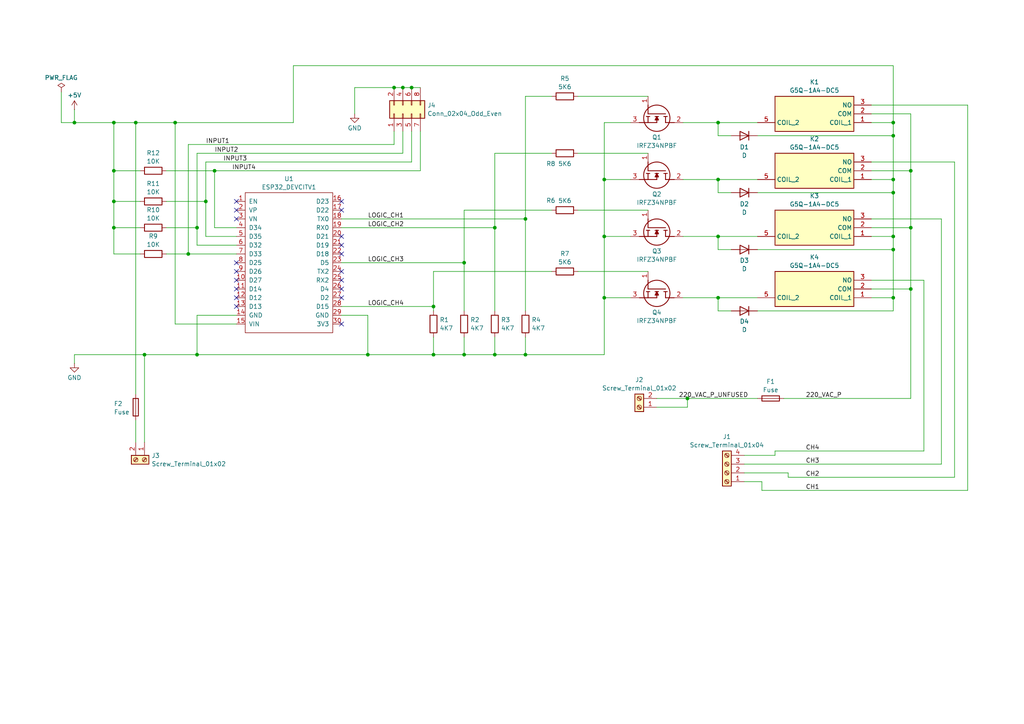
<source format=kicad_sch>
(kicad_sch (version 20250114) (generator "eeschema") (generator_version "9.0")
  (paper "A4")
  (lib_symbols
    (symbol "Connector:Screw_Terminal_01x02" (pin_names (offset 1.016) (hide yes))
      (property "Reference" "J" (at 0 2.54 0))
      (property "Value" "Screw_Terminal_01x02" (at 0 -5.08 0))
      (symbol "Screw_Terminal_01x02_1_1"
        (rectangle (start -1.27 1.27) (end 1.27 -3.81) (stroke (width 0.254)) (fill (type background)))
        (polyline (pts (xy -0.5334 0.3302) (xy 0.3302 -0.508)) (stroke (width 0.1524)))
        (polyline (pts (xy -0.5334 -2.2098) (xy 0.3302 -3.048)) (stroke (width 0.1524)))
        (polyline (pts (xy -0.3556 0.508) (xy 0.508 -0.3302)) (stroke (width 0.1524)))
        (polyline (pts (xy -0.3556 -2.032) (xy 0.508 -2.8702)) (stroke (width 0.1524)))
        (circle (center 0 0) (radius 0.635) (stroke (width 0.1524)))
        (circle (center 0 -2.54) (radius 0.635) (stroke (width 0.1524)))
        (pin passive line (at -5.08 0 0) (length 3.81) (name "Pin_1") (number "1"))
        (pin passive line (at -5.08 -2.54 0) (length 3.81) (name "Pin_2") (number "2"))
      )
    )
    (symbol "Connector:Screw_Terminal_01x04" (pin_names (offset 1.016) (hide yes))
      (property "Reference" "J" (at 0 5.08 0))
      (property "Value" "Screw_Terminal_01x04" (at 0 -7.62 0))
      (symbol "Screw_Terminal_01x04_1_1"
        (rectangle (start -1.27 3.81) (end 1.27 -6.35) (stroke (width 0.254)) (fill (type background)))
        (polyline (pts (xy -0.5334 2.8702) (xy 0.3302 2.032)) (stroke (width 0.1524)))
        (polyline (pts (xy -0.5334 0.3302) (xy 0.3302 -0.508)) (stroke (width 0.1524)))
        (polyline (pts (xy -0.5334 -2.2098) (xy 0.3302 -3.048)) (stroke (width 0.1524)))
        (polyline (pts (xy -0.5334 -4.7498) (xy 0.3302 -5.588)) (stroke (width 0.1524)))
        (polyline (pts (xy -0.3556 3.048) (xy 0.508 2.2098)) (stroke (width 0.1524)))
        (polyline (pts (xy -0.3556 0.508) (xy 0.508 -0.3302)) (stroke (width 0.1524)))
        (polyline (pts (xy -0.3556 -2.032) (xy 0.508 -2.8702)) (stroke (width 0.1524)))
        (polyline (pts (xy -0.3556 -4.572) (xy 0.508 -5.4102)) (stroke (width 0.1524)))
        (circle (center 0 2.54) (radius 0.635) (stroke (width 0.1524)))
        (circle (center 0 0) (radius 0.635) (stroke (width 0.1524)))
        (circle (center 0 -2.54) (radius 0.635) (stroke (width 0.1524)))
        (circle (center 0 -5.08) (radius 0.635) (stroke (width 0.1524)))
        (pin passive line (at -5.08 2.54 0) (length 3.81) (name "Pin_1") (number "1"))
        (pin passive line (at -5.08 0 0) (length 3.81) (name "Pin_2") (number "2"))
        (pin passive line (at -5.08 -2.54 0) (length 3.81) (name "Pin_3") (number "3"))
        (pin passive line (at -5.08 -5.08 0) (length 3.81) (name "Pin_4") (number "4"))
      )
    )
    (symbol "Connector_Generic:Conn_02x04_Odd_Even" (pin_names (offset 1.016) (hide yes))
      (property "Reference" "J" (at 1.27 5.08 0))
      (property "Value" "Conn_02x04_Odd_Even" (at 1.27 -7.62 0))
      (symbol "Conn_02x04_Odd_Even_1_1"
        (rectangle (start -1.27 3.81) (end 3.81 -6.35) (stroke (width 0.254)) (fill (type background)))
        (rectangle (start -1.27 2.667) (end 0 2.413) (stroke (width 0.1524)))
        (rectangle (start -1.27 0.127) (end 0 -0.127) (stroke (width 0.1524)))
        (rectangle (start -1.27 -2.413) (end 0 -2.667) (stroke (width 0.1524)))
        (rectangle (start -1.27 -4.953) (end 0 -5.207) (stroke (width 0.1524)))
        (rectangle (start 3.81 2.667) (end 2.54 2.413) (stroke (width 0.1524)))
        (rectangle (start 3.81 0.127) (end 2.54 -0.127) (stroke (width 0.1524)))
        (rectangle (start 3.81 -2.413) (end 2.54 -2.667) (stroke (width 0.1524)))
        (rectangle (start 3.81 -4.953) (end 2.54 -5.207) (stroke (width 0.1524)))
        (pin passive line (at -5.08 2.54 0) (length 3.81) (name "Pin_1") (number "1"))
        (pin passive line (at -5.08 0 0) (length 3.81) (name "Pin_3") (number "3"))
        (pin passive line (at -5.08 -2.54 0) (length 3.81) (name "Pin_5") (number "5"))
        (pin passive line (at -5.08 -5.08 0) (length 3.81) (name "Pin_7") (number "7"))
        (pin passive line (at 7.62 2.54 180) (length 3.81) (name "Pin_2") (number "2"))
        (pin passive line (at 7.62 0 180) (length 3.81) (name "Pin_4") (number "4"))
        (pin passive line (at 7.62 -2.54 180) (length 3.81) (name "Pin_6") (number "6"))
        (pin passive line (at 7.62 -5.08 180) (length 3.81) (name "Pin_8") (number "8"))
      )
    )
    (symbol "Device:D" (pin_numbers (hide yes)) (pin_names (offset 1.016) (hide yes))
      (property "Reference" "D" (at 0 2.54 0))
      (property "Value" "D" (at 0 -2.54 0))
      (symbol "D_0_1"
        (polyline (pts (xy -1.27 1.27) (xy -1.27 -1.27)) (stroke (width 0.254)))
        (polyline (pts (xy 1.27 1.27) (xy 1.27 -1.27) (xy -1.27 0) (xy 1.27 1.27)) (stroke (width 0.254)))
        (polyline (pts (xy 1.27 0) (xy -1.27 0)))
      )
      (symbol "D_1_1"
        (pin passive line (at -3.81 0 0) (length 2.54) (name "K") (number "1"))
        (pin passive line (at 3.81 0 180) (length 2.54) (name "A") (number "2"))
      )
    )
    (symbol "Device:Fuse" (pin_numbers (hide yes)) (pin_names (offset 0))
      (property "Reference" "F" (at 2.032 0 90))
      (property "Value" "Fuse" (at -1.905 0 90))
      (symbol "Fuse_0_1"
        (rectangle (start -0.762 -2.54) (end 0.762 2.54) (stroke (width 0.254)))
        (polyline (pts (xy 0 2.54) (xy 0 -2.54)))
      )
      (symbol "Fuse_1_1"
        (pin passive line (at 0 3.81 270) (length 1.27) (name "~") (number "1"))
        (pin passive line (at 0 -3.81 90) (length 1.27) (name "~") (number "2"))
      )
    )
    (symbol "Device:R" (pin_numbers (hide yes)) (pin_names (offset 0))
      (property "Reference" "R" (at 2.032 0 90))
      (property "Value" "R" (at 0 0 90))
      (symbol "R_0_1"
        (rectangle (start -1.016 -2.54) (end 1.016 2.54) (stroke (width 0.254)))
      )
      (symbol "R_1_1"
        (pin passive line (at 0 3.81 270) (length 1.27) (name "~") (number "1"))
        (pin passive line (at 0 -3.81 90) (length 1.27) (name "~") (number "2"))
      )
    )
    (symbol "JS_Local:ESP32_DEVCITV1" (pin_names (offset 1.016))
      (property "Reference" "U" (at 0 22.86 0))
      (property "Value" "ESP32_DEVCITV1" (at 0 0 90))
      (symbol "ESP32_DEVCITV1_0_1"
        (rectangle (start -12.7 20.32) (end 12.7 -20.32))
      )
      (symbol "ESP32_DEVCITV1_1_1"
        (pin input line (at -15.24 17.78 0) (length 2.54) (name "EN") (number "1"))
        (pin input line (at -15.24 15.24 0) (length 2.54) (name "VP") (number "2"))
        (pin input line (at -15.24 12.7 0) (length 2.54) (name "VN") (number "3"))
        (pin input line (at -15.24 10.16 0) (length 2.54) (name "D34") (number "4"))
        (pin input line (at -15.24 7.62 0) (length 2.54) (name "D35") (number "5"))
        (pin output line (at -15.24 5.08 0) (length 2.54) (name "D32") (number "6"))
        (pin output line (at -15.24 2.54 0) (length 2.54) (name "D33") (number "7"))
        (pin bidirectional line (at -15.24 0 0) (length 2.54) (name "D25") (number "8"))
        (pin bidirectional line (at -15.24 -2.54 0) (length 2.54) (name "D26") (number "9"))
        (pin bidirectional line (at -15.24 -5.08 0) (length 2.54) (name "D27") (number "10"))
        (pin bidirectional line (at -15.24 -7.62 0) (length 2.54) (name "D14") (number "11"))
        (pin bidirectional line (at -15.24 -10.16 0) (length 2.54) (name "D12") (number "12"))
        (pin bidirectional line (at -15.24 -12.7 0) (length 2.54) (name "D13") (number "13"))
        (pin power_in line (at -15.24 -15.24 0) (length 2.54) (name "GND") (number "14"))
        (pin power_in line (at -15.24 -17.78 0) (length 2.54) (name "VIN") (number "15"))
        (pin bidirectional line (at 15.24 17.78 180) (length 2.54) (name "D23") (number "16"))
        (pin bidirectional line (at 15.24 15.24 180) (length 2.54) (name "D22") (number "17"))
        (pin bidirectional line (at 15.24 12.7 180) (length 2.54) (name "TX0") (number "18"))
        (pin bidirectional line (at 15.24 10.16 180) (length 2.54) (name "RX0") (number "19"))
        (pin bidirectional line (at 15.24 7.62 180) (length 2.54) (name "D21") (number "20"))
        (pin bidirectional line (at 15.24 5.08 180) (length 2.54) (name "D19") (number "21"))
        (pin bidirectional line (at 15.24 2.54 180) (length 2.54) (name "D18") (number "22"))
        (pin bidirectional line (at 15.24 0 180) (length 2.54) (name "D5") (number "23"))
        (pin bidirectional line (at 15.24 -2.54 180) (length 2.54) (name "TX2") (number "24"))
        (pin bidirectional line (at 15.24 -5.08 180) (length 2.54) (name "RX2") (number "25"))
        (pin bidirectional line (at 15.24 -7.62 180) (length 2.54) (name "D4") (number "26"))
        (pin bidirectional line (at 15.24 -10.16 180) (length 2.54) (name "D2") (number "27"))
        (pin bidirectional line (at 15.24 -12.7 180) (length 2.54) (name "D15") (number "28"))
        (pin power_out line (at 15.24 -15.24 180) (length 2.54) (name "GND") (number "29"))
        (pin power_out line (at 15.24 -17.78 180) (length 2.54) (name "3V3") (number "30"))
      )
    )
    (symbol "JS_Local:G5Q-1A4-DC5"
      (property "Reference" "K" (at 29.21 7.62 0))
      (property "Value" "G5Q-1A4-DC5" (at 29.21 5.08 0))
      (symbol "G5Q-1A4-DC5_1_1"
        (rectangle (start 5.08 2.54) (end 27.94 -7.62) (stroke (width 0.254)) (fill (type background)))
        (pin passive line (at 0 0 0) (length 5.08) (name "COIL_1") (number "1"))
        (pin passive line (at 0 -2.54 0) (length 5.08) (name "COM") (number "2"))
        (pin passive line (at 0 -5.08 0) (length 5.08) (name "NO") (number "3"))
        (pin passive line (at 33.02 0 180) (length 5.08) (name "COIL_2") (number "5"))
      )
    )
    (symbol "JS_Local:IRFZ34NPBF" (pin_names (hide yes))
      (property "Reference" "Q" (at 11.43 3.81 0))
      (property "Value" "IRFZ34NPBF" (at 11.43 1.27 0))
      (symbol "IRFZ34NPBF_1_1"
        (polyline (pts (xy 2.54 0) (xy 5.08 0)) (stroke (width 0.254)))
        (polyline (pts (xy 5.08 5.08) (xy 5.08 0)) (stroke (width 0.254)))
        (polyline (pts (xy 5.842 5.588) (xy 5.842 4.572)) (stroke (width 0.254)))
        (polyline (pts (xy 5.842 2.54) (xy 6.858 3.048) (xy 6.858 2.032) (xy 5.842 2.54)) (stroke (width 0.254)) (fill (type outline)))
        (polyline (pts (xy 5.842 2.032) (xy 5.842 3.048)) (stroke (width 0.254)))
        (polyline (pts (xy 5.842 0) (xy 7.62 0)) (stroke (width 0.254)))
        (polyline (pts (xy 5.842 -0.508) (xy 5.842 0.508)) (stroke (width 0.254)))
        (circle (center 6.35 2.54) (radius 3.81) (stroke (width 0.254)))
        (polyline (pts (xy 7.62 5.08) (xy 5.842 5.08)) (stroke (width 0.254)))
        (polyline (pts (xy 7.62 5.08) (xy 7.62 7.62)) (stroke (width 0.254)))
        (polyline (pts (xy 7.62 2.54) (xy 5.842 2.54)) (stroke (width 0.254)))
        (polyline (pts (xy 7.62 2.54) (xy 7.62 -2.54)) (stroke (width 0.254)))
        (pin passive line (at 0 0 0) (length 2.54) (name "G") (number "1"))
        (pin passive line (at 7.62 10.16 270) (length 2.54) (name "D") (number "2"))
        (pin passive line (at 7.62 -5.08 90) (length 2.54) (name "S") (number "3"))
      )
    )
    (symbol "power:+5V" (power) (pin_numbers (hide yes)) (pin_names (offset 0) (hide yes))
      (property "Value" "+5V" (at 0 3.556 0))
      (symbol "+5V_0_1"
        (polyline (pts (xy -0.762 1.27) (xy 0 2.54)))
        (polyline (pts (xy 0 2.54) (xy 0.762 1.27)))
        (polyline (pts (xy 0 0) (xy 0 2.54)))
      )
      (symbol "+5V_1_1"
        (pin power_in line (at 0 0 90) (length 0) (name "~") (number "1"))
      )
    )
    (symbol "power:GND" (power) (pin_numbers (hide yes)) (pin_names (offset 0) (hide yes))
      (property "Value" "GND" (at 0 -3.81 0))
      (symbol "GND_0_1"
        (polyline (pts (xy 0 0) (xy 0 -1.27) (xy 1.27 -1.27) (xy 0 -2.54) (xy -1.27 -1.27) (xy 0 -1.27)))
      )
      (symbol "GND_1_1"
        (pin power_in line (at 0 0 270) (length 0) (name "~") (number "1"))
      )
    )
    (symbol "power:PWR_FLAG" (power) (pin_numbers (hide yes)) (pin_names (offset 0) (hide yes))
      (property "Value" "PWR_FLAG" (at 0 3.81 0))
      (symbol "PWR_FLAG_0_0"
        (pin power_out line (at 0 0 90) (length 0) (name "~") (number "1"))
      )
      (symbol "PWR_FLAG_0_1"
        (polyline (pts (xy 0 0) (xy 0 1.27) (xy -1.016 1.905) (xy 0 2.54) (xy 1.016 1.905) (xy 0 1.27)))
      )
    )
  )
  (junction (at 208.28 52.07))
  (junction (at 33.02 35.56))
  (junction (at 175.26 86.36))
  (junction (at 106.68 102.87))
  (junction (at 259.08 68.58))
  (junction (at 116.84 25.4))
  (junction (at 33.02 66.04))
  (junction (at 175.26 52.07))
  (junction (at 114.3 25.4))
  (junction (at 264.16 66.04))
  (junction (at 143.51 66.04))
  (junction (at 125.73 102.87))
  (junction (at 175.26 68.58))
  (junction (at 259.08 72.39))
  (junction (at 259.08 39.37))
  (junction (at 54.61 73.66))
  (junction (at 208.28 86.36))
  (junction (at 119.38 25.4))
  (junction (at 264.16 83.82))
  (junction (at 59.69 58.42))
  (junction (at 134.62 76.2))
  (junction (at 50.8 35.56))
  (junction (at 259.08 35.56))
  (junction (at 259.08 52.07))
  (junction (at 21.59 35.56))
  (junction (at 57.15 66.04))
  (junction (at 208.28 35.56))
  (junction (at 259.08 55.88))
  (junction (at 259.08 86.36))
  (junction (at 134.62 102.87))
  (junction (at 33.02 49.53))
  (junction (at 264.16 49.53))
  (junction (at 152.4 102.87))
  (junction (at 39.37 35.56))
  (junction (at 199.39 115.57))
  (junction (at 41.91 102.87))
  (junction (at 62.23 49.53))
  (junction (at 152.4 63.5))
  (junction (at 143.51 102.87))
  (junction (at 33.02 58.42))
  (junction (at 57.15 102.87))
  (junction (at 125.73 88.9))
  (junction (at 208.28 68.58))
  (no_connect (at 68.58 88.9))
  (no_connect (at 68.58 63.5))
  (no_connect (at 68.58 81.28))
  (no_connect (at 68.58 86.36))
  (no_connect (at 99.06 81.28))
  (no_connect (at 99.06 58.42))
  (no_connect (at 68.58 83.82))
  (no_connect (at 68.58 58.42))
  (no_connect (at 68.58 76.2))
  (no_connect (at 68.58 60.96))
  (no_connect (at 99.06 86.36))
  (no_connect (at 99.06 71.12))
  (no_connect (at 68.58 78.74))
  (no_connect (at 99.06 60.96))
  (no_connect (at 99.06 93.98))
  (no_connect (at 99.06 73.66))
  (no_connect (at 99.06 68.58))
  (no_connect (at 99.06 83.82))
  (no_connect (at 99.06 78.74))
  (wire (pts (xy 134.62 60.96) (xy 160.02 60.96)))
  (wire (pts (xy 208.28 90.17) (xy 212.09 90.17)))
  (wire (pts (xy 252.73 81.28) (xy 267.97 81.28)))
  (wire (pts (xy 134.62 102.87) (xy 143.51 102.87)))
  (wire (pts (xy 33.02 58.42) (xy 33.02 66.04)))
  (wire (pts (xy 264.16 83.82) (xy 264.16 115.57)))
  (wire (pts (xy 219.71 90.17) (xy 259.08 90.17)))
  (wire (pts (xy 190.5 115.57) (xy 199.39 115.57)))
  (wire (pts (xy 119.38 25.4) (xy 121.92 25.4)))
  (wire (pts (xy 54.61 73.66) (xy 48.26 73.66)))
  (wire (pts (xy 57.15 91.44) (xy 57.15 102.87)))
  (wire (pts (xy 116.84 38.1) (xy 116.84 44.45)))
  (wire (pts (xy 17.78 35.56) (xy 21.59 35.56)))
  (wire (pts (xy 40.64 49.53) (xy 33.02 49.53)))
  (wire (pts (xy 99.06 63.5) (xy 152.4 63.5)))
  (wire (pts (xy 267.97 81.28) (xy 267.97 130.81)))
  (wire (pts (xy 33.02 35.56) (xy 33.02 49.53)))
  (wire (pts (xy 143.51 97.79) (xy 143.51 102.87)))
  (wire (pts (xy 212.09 39.37) (xy 208.28 39.37)))
  (wire (pts (xy 259.08 52.07) (xy 252.73 52.07)))
  (wire (pts (xy 54.61 41.91) (xy 114.3 41.91)))
  (wire (pts (xy 259.08 72.39) (xy 259.08 68.58)))
  (wire (pts (xy 167.64 78.74) (xy 187.96 78.74)))
  (wire (pts (xy 114.3 38.1) (xy 114.3 41.91)))
  (wire (pts (xy 208.28 35.56) (xy 219.71 35.56)))
  (wire (pts (xy 175.26 52.07) (xy 175.26 68.58)))
  (wire (pts (xy 264.16 83.82) (xy 264.16 66.04)))
  (wire (pts (xy 252.73 30.48) (xy 280.67 30.48)))
  (wire (pts (xy 198.12 86.36) (xy 208.28 86.36)))
  (wire (pts (xy 259.08 55.88) (xy 259.08 68.58)))
  (wire (pts (xy 116.84 44.45) (xy 57.15 44.45)))
  (wire (pts (xy 215.9 137.16) (xy 228.6 137.16)))
  (wire (pts (xy 33.02 35.56) (xy 21.59 35.56)))
  (wire (pts (xy 175.26 52.07) (xy 182.88 52.07)))
  (wire (pts (xy 259.08 35.56) (xy 259.08 19.05)))
  (wire (pts (xy 259.08 90.17) (xy 259.08 86.36)))
  (wire (pts (xy 252.73 63.5) (xy 273.05 63.5)))
  (wire (pts (xy 208.28 86.36) (xy 208.28 90.17)))
  (wire (pts (xy 198.12 68.58) (xy 208.28 68.58)))
  (wire (pts (xy 259.08 19.05) (xy 85.09 19.05)))
  (wire (pts (xy 21.59 35.56) (xy 21.59 31.75)))
  (wire (pts (xy 208.28 72.39) (xy 208.28 68.58)))
  (wire (pts (xy 40.64 58.42) (xy 33.02 58.42)))
  (wire (pts (xy 21.59 102.87) (xy 21.59 105.41)))
  (wire (pts (xy 152.4 27.94) (xy 160.02 27.94)))
  (wire (pts (xy 57.15 71.12) (xy 68.58 71.12)))
  (wire (pts (xy 62.23 66.04) (xy 68.58 66.04)))
  (wire (pts (xy 62.23 49.53) (xy 48.26 49.53)))
  (wire (pts (xy 85.09 35.56) (xy 50.8 35.56)))
  (wire (pts (xy 212.09 55.88) (xy 208.28 55.88)))
  (wire (pts (xy 199.39 115.57) (xy 199.39 118.11)))
  (wire (pts (xy 102.87 25.4) (xy 102.87 33.02)))
  (wire (pts (xy 259.08 55.88) (xy 219.71 55.88)))
  (wire (pts (xy 57.15 102.87) (xy 41.91 102.87)))
  (wire (pts (xy 59.69 58.42) (xy 59.69 68.58)))
  (wire (pts (xy 68.58 68.58) (xy 59.69 68.58)))
  (wire (pts (xy 85.09 19.05) (xy 85.09 35.56)))
  (wire (pts (xy 152.4 63.5) (xy 152.4 90.17)))
  (wire (pts (xy 228.6 137.16) (xy 228.6 138.43)))
  (wire (pts (xy 182.88 35.56) (xy 175.26 35.56)))
  (wire (pts (xy 208.28 55.88) (xy 208.28 52.07)))
  (wire (pts (xy 252.73 86.36) (xy 259.08 86.36)))
  (wire (pts (xy 50.8 35.56) (xy 39.37 35.56)))
  (wire (pts (xy 134.62 60.96) (xy 134.62 76.2)))
  (wire (pts (xy 175.26 68.58) (xy 182.88 68.58)))
  (wire (pts (xy 175.26 86.36) (xy 182.88 86.36)))
  (wire (pts (xy 121.92 38.1) (xy 121.92 49.53)))
  (wire (pts (xy 212.09 72.39) (xy 208.28 72.39)))
  (wire (pts (xy 143.51 66.04) (xy 143.51 90.17)))
  (wire (pts (xy 68.58 73.66) (xy 54.61 73.66)))
  (wire (pts (xy 175.26 68.58) (xy 175.26 86.36)))
  (wire (pts (xy 280.67 30.48) (xy 280.67 142.24)))
  (wire (pts (xy 220.98 139.7) (xy 220.98 142.24)))
  (wire (pts (xy 198.12 52.07) (xy 208.28 52.07)))
  (wire (pts (xy 50.8 93.98) (xy 50.8 35.56)))
  (wire (pts (xy 152.4 97.79) (xy 152.4 102.87)))
  (wire (pts (xy 134.62 76.2) (xy 134.62 90.17)))
  (wire (pts (xy 259.08 86.36) (xy 259.08 72.39)))
  (wire (pts (xy 215.9 132.08) (xy 224.79 132.08)))
  (wire (pts (xy 125.73 102.87) (xy 134.62 102.87)))
  (wire (pts (xy 264.16 49.53) (xy 252.73 49.53)))
  (wire (pts (xy 143.51 44.45) (xy 143.51 66.04)))
  (wire (pts (xy 259.08 68.58) (xy 252.73 68.58)))
  (wire (pts (xy 259.08 39.37) (xy 219.71 39.37)))
  (wire (pts (xy 167.64 27.94) (xy 187.96 27.94)))
  (wire (pts (xy 264.16 33.02) (xy 252.73 33.02)))
  (wire (pts (xy 41.91 102.87) (xy 41.91 128.27)))
  (wire (pts (xy 252.73 35.56) (xy 259.08 35.56)))
  (wire (pts (xy 220.98 142.24) (xy 280.67 142.24)))
  (wire (pts (xy 208.28 39.37) (xy 208.28 35.56)))
  (wire (pts (xy 167.64 44.45) (xy 187.96 44.45)))
  (wire (pts (xy 259.08 35.56) (xy 259.08 39.37)))
  (wire (pts (xy 259.08 72.39) (xy 219.71 72.39)))
  (wire (pts (xy 198.12 35.56) (xy 208.28 35.56)))
  (wire (pts (xy 152.4 27.94) (xy 152.4 63.5)))
  (wire (pts (xy 167.64 60.96) (xy 187.96 60.96)))
  (wire (pts (xy 33.02 66.04) (xy 33.02 73.66)))
  (wire (pts (xy 175.26 35.56) (xy 175.26 52.07)))
  (wire (pts (xy 125.73 78.74) (xy 125.73 88.9)))
  (wire (pts (xy 68.58 91.44) (xy 57.15 91.44)))
  (wire (pts (xy 125.73 88.9) (xy 125.73 90.17)))
  (wire (pts (xy 215.9 134.62) (xy 273.05 134.62)))
  (wire (pts (xy 199.39 115.57) (xy 219.71 115.57)))
  (wire (pts (xy 119.38 38.1) (xy 119.38 46.99)))
  (wire (pts (xy 102.87 25.4) (xy 114.3 25.4)))
  (wire (pts (xy 57.15 102.87) (xy 106.68 102.87)))
  (wire (pts (xy 143.51 102.87) (xy 152.4 102.87)))
  (wire (pts (xy 57.15 66.04) (xy 57.15 71.12)))
  (wire (pts (xy 224.79 132.08) (xy 224.79 130.81)))
  (wire (pts (xy 114.3 25.4) (xy 116.84 25.4)))
  (wire (pts (xy 259.08 39.37) (xy 259.08 52.07)))
  (wire (pts (xy 125.73 97.79) (xy 125.73 102.87)))
  (wire (pts (xy 224.79 130.81) (xy 267.97 130.81)))
  (wire (pts (xy 264.16 66.04) (xy 252.73 66.04)))
  (wire (pts (xy 39.37 35.56) (xy 33.02 35.56)))
  (wire (pts (xy 99.06 76.2) (xy 134.62 76.2)))
  (wire (pts (xy 208.28 68.58) (xy 219.71 68.58)))
  (wire (pts (xy 152.4 102.87) (xy 175.26 102.87)))
  (wire (pts (xy 215.9 139.7) (xy 220.98 139.7)))
  (wire (pts (xy 40.64 66.04) (xy 33.02 66.04)))
  (wire (pts (xy 17.78 26.67) (xy 17.78 35.56)))
  (wire (pts (xy 259.08 52.07) (xy 259.08 55.88)))
  (wire (pts (xy 57.15 44.45) (xy 57.15 66.04)))
  (wire (pts (xy 39.37 35.56) (xy 39.37 114.3)))
  (wire (pts (xy 48.26 66.04) (xy 57.15 66.04)))
  (wire (pts (xy 59.69 46.99) (xy 59.69 58.42)))
  (wire (pts (xy 99.06 91.44) (xy 106.68 91.44)))
  (wire (pts (xy 21.59 102.87) (xy 41.91 102.87)))
  (wire (pts (xy 59.69 46.99) (xy 119.38 46.99)))
  (wire (pts (xy 134.62 97.79) (xy 134.62 102.87)))
  (wire (pts (xy 208.28 52.07) (xy 219.71 52.07)))
  (wire (pts (xy 276.86 46.99) (xy 276.86 138.43)))
  (wire (pts (xy 143.51 44.45) (xy 160.02 44.45)))
  (wire (pts (xy 252.73 46.99) (xy 276.86 46.99)))
  (wire (pts (xy 106.68 102.87) (xy 106.68 91.44)))
  (wire (pts (xy 273.05 63.5) (xy 273.05 134.62)))
  (wire (pts (xy 99.06 66.04) (xy 143.51 66.04)))
  (wire (pts (xy 190.5 118.11) (xy 199.39 118.11)))
  (wire (pts (xy 227.33 115.57) (xy 264.16 115.57)))
  (wire (pts (xy 208.28 86.36) (xy 219.71 86.36)))
  (wire (pts (xy 40.64 73.66) (xy 33.02 73.66)))
  (wire (pts (xy 264.16 66.04) (xy 264.16 49.53)))
  (wire (pts (xy 175.26 86.36) (xy 175.26 102.87)))
  (wire (pts (xy 228.6 138.43) (xy 276.86 138.43)))
  (wire (pts (xy 54.61 41.91) (xy 54.61 73.66)))
  (wire (pts (xy 252.73 83.82) (xy 264.16 83.82)))
  (wire (pts (xy 62.23 49.53) (xy 121.92 49.53)))
  (wire (pts (xy 264.16 49.53) (xy 264.16 33.02)))
  (wire (pts (xy 116.84 25.4) (xy 119.38 25.4)))
  (wire (pts (xy 106.68 102.87) (xy 125.73 102.87)))
  (wire (pts (xy 59.69 58.42) (xy 48.26 58.42)))
  (wire (pts (xy 33.02 49.53) (xy 33.02 58.42)))
  (wire (pts (xy 125.73 78.74) (xy 160.02 78.74)))
  (wire (pts (xy 62.23 66.04) (xy 62.23 49.53)))
  (wire (pts (xy 68.58 93.98) (xy 50.8 93.98)))
  (wire (pts (xy 39.37 121.92) (xy 39.37 128.27)))
  (wire (pts (xy 99.06 88.9) (xy 125.73 88.9)))
  (label "INPUT1" (at 59.69 41.91 0))
  (label "CH2" (at 233.68 138.43 0))
  (label "CH1" (at 233.68 142.24 0))
  (label "INPUT3" (at 64.77 46.99 0))
  (label "CH3" (at 233.68 134.62 0))
  (label "LOGIC_CH3" (at 106.68 76.2 0))
  (label "INPUT2" (at 62.23 44.45 0))
  (label "220_VAC_P" (at 233.68 115.57 0))
  (label "CH4" (at 233.68 130.81 0))
  (label "220_VAC_P_UNFUSED" (at 196.85 115.57 0))
  (label "LOGIC_CH2" (at 106.68 66.04 0))
  (label "LOGIC_CH4" (at 106.68 88.9 0))
  (label "INPUT4" (at 67.31 49.53 0))
  (label "LOGIC_CH1" (at 106.68 63.5 0))
  (symbol (lib_id "Device:R") (at 163.83 60.96 90) (unit 1)
    (property "Reference" "R6" (at 159.766 58.166 90))
    (property "Value" "5K6" (at 163.83 58.2238 90))
    (property "Footprint" "Resistor_THT:R_Axial_DIN0309_L9.0mm_D3.2mm_P12.70mm_Horizontal" (effects (hide yes)))
    (property "Description" "Resistor" (effects (hide yes)))
  )
  (symbol (lib_id "JS_Local:ESP32_DEVCITV1") (at 83.82 76.2 0) (unit 1)
    (property "Reference" "U1" (at 83.82 51.8625 0))
    (property "Value" "ESP32_DEVCITV1" (at 83.82 54.2868 0))
    (property "Footprint" "JS_Local:ESP32_DEVKITV1" (effects (hide yes)))
  )
  (symbol (lib_id "Device:R") (at 44.45 73.66 90) (unit 1)
    (property "Reference" "R9" (at 44.45 68.4995 90))
    (property "Value" "10K" (at 44.45 70.9238 90))
    (property "Footprint" "Resistor_THT:R_Axial_DIN0309_L9.0mm_D3.2mm_P12.70mm_Horizontal" (effects (hide yes)))
    (property "Description" "Resistor" (effects (hide yes)))
  )
  (symbol (lib_id "power:PWR_FLAG") (at 17.78 26.67 0) (unit 1)
    (property "Reference" "#FLG01" (effects (hide yes)))
    (property "Value" "PWR_FLAG" (at 17.78 22.5369 0))
    (property "Description" "Special symbol for telling ERC where power comes from" (effects (hide yes)))
  )
  (symbol (lib_id "JS_Local:G5Q-1A4-DC5") (at 252.73 86.36 180) (unit 1)
    (property "Reference" "K4" (at 236.22 74.5955 0))
    (property "Value" "G5Q-1A4-DC5" (at 236.22 77.0198 0))
    (property "Footprint" "JS_Local:G5Q1A4DC5" (effects (hide yes)))
    (property "Description" "General Purpose Relays Power PCB Relay Sealed SPST-NO 5VDC" (effects (hide yes)))
    (property "Height" "16.2" (effects (hide yes)))
    (property "Mouser Part Number" "653-G5Q-1A4-DC5" (effects (hide yes)))
    (property "Mouser Price/Stock" "https://www.mouser.co.uk/ProductDetail/Omron-Electronics/G5Q-1A4-DC5?qs=HDDQUw%2F3PhpKkEmyQfNpeQ%3D%3D" (effects (hide yes)))
    (property "Manufacturer_Name" "Omron Electronics" (effects (hide yes)))
    (property "Manufacturer_Part_Number" "G5Q-1A4-DC5" (effects (hide yes)))
  )
  (symbol (lib_id "Device:R") (at 152.4 93.98 0) (unit 1)
    (property "Reference" "R4" (at 154.178 92.7678 0) (effects (justify left)))
    (property "Value" "4K7" (at 154.178 95.1921 0) (effects (justify left)))
    (property "Footprint" "Resistor_THT:R_Axial_DIN0309_L9.0mm_D3.2mm_P12.70mm_Horizontal" (effects (hide yes)))
    (property "Description" "Resistor" (effects (hide yes)))
  )
  (symbol (lib_id "JS_Local:G5Q-1A4-DC5") (at 252.73 52.07 180) (unit 1)
    (property "Reference" "K2" (at 236.22 40.3055 0))
    (property "Value" "G5Q-1A4-DC5" (at 236.22 42.7298 0))
    (property "Footprint" "JS_Local:G5Q1A4DC5" (effects (hide yes)))
    (property "Description" "General Purpose Relays Power PCB Relay Sealed SPST-NO 5VDC" (effects (hide yes)))
    (property "Height" "16.2" (effects (hide yes)))
    (property "Mouser Part Number" "653-G5Q-1A4-DC5" (effects (hide yes)))
    (property "Mouser Price/Stock" "https://www.mouser.co.uk/ProductDetail/Omron-Electronics/G5Q-1A4-DC5?qs=HDDQUw%2F3PhpKkEmyQfNpeQ%3D%3D" (effects (hide yes)))
    (property "Manufacturer_Name" "Omron Electronics" (effects (hide yes)))
    (property "Manufacturer_Part_Number" "G5Q-1A4-DC5" (effects (hide yes)))
  )
  (symbol (lib_id "Device:R") (at 163.83 78.74 90) (unit 1)
    (property "Reference" "R7" (at 163.83 73.5795 90))
    (property "Value" "5K6" (at 163.83 76.0038 90))
    (property "Footprint" "Resistor_THT:R_Axial_DIN0309_L9.0mm_D3.2mm_P12.70mm_Horizontal" (effects (hide yes)))
    (property "Description" "Resistor" (effects (hide yes)))
  )
  (symbol (lib_id "Connector_Generic:Conn_02x04_Odd_Even") (at 116.84 33.02 90) (unit 1)
    (property "Reference" "J4" (at 123.952 30.5378 90) (effects (justify right)))
    (property "Value" "Conn_02x04_Odd_Even" (at 123.952 32.9621 90) (effects (justify right)))
    (property "Footprint" "Connector_PinHeader_2.54mm:PinHeader_2x04_P2.54mm_Vertical" (effects (hide yes)))
    (property "Description" "Generic connector, double row, 02x04, odd/even pin numbering scheme (row 1 odd numbers, row 2 even numbers), script generated (kicad-library-utils/schlib/autogen/connector/)" (effects (hide yes)))
  )
  (symbol (lib_id "power:+5V") (at 21.59 31.75 0) (unit 1)
    (property "Reference" "#PWR01" (effects (hide yes)))
    (property "Value" "+5V" (at 21.59 27.6169 0))
    (property "Description" "Power symbol creates a global label with name \"+5V\"" (effects (hide yes)))
  )
  (symbol (lib_id "JS_Local:G5Q-1A4-DC5") (at 252.73 68.58 180) (unit 1)
    (property "Reference" "K3" (at 236.22 56.8155 0))
    (property "Value" "G5Q-1A4-DC5" (at 236.22 59.2398 0))
    (property "Footprint" "JS_Local:G5Q1A4DC5" (effects (hide yes)))
    (property "Description" "General Purpose Relays Power PCB Relay Sealed SPST-NO 5VDC" (effects (hide yes)))
    (property "Height" "16.2" (effects (hide yes)))
    (property "Mouser Part Number" "653-G5Q-1A4-DC5" (effects (hide yes)))
    (property "Mouser Price/Stock" "https://www.mouser.co.uk/ProductDetail/Omron-Electronics/G5Q-1A4-DC5?qs=HDDQUw%2F3PhpKkEmyQfNpeQ%3D%3D" (effects (hide yes)))
    (property "Manufacturer_Name" "Omron Electronics" (effects (hide yes)))
    (property "Manufacturer_Part_Number" "G5Q-1A4-DC5" (effects (hide yes)))
  )
  (symbol (lib_id "power:GND") (at 102.87 33.02 0) (unit 1)
    (property "Reference" "#PWR03" (effects (hide yes)))
    (property "Value" "GND" (at 102.87 37.1531 0))
    (property "Description" "Power symbol creates a global label with name \"GND\" , ground" (effects (hide yes)))
  )
  (symbol (lib_id "Device:R") (at 143.51 93.98 0) (unit 1)
    (property "Reference" "R3" (at 145.288 92.7678 0) (effects (justify left)))
    (property "Value" "4K7" (at 145.288 95.1921 0) (effects (justify left)))
    (property "Footprint" "Resistor_THT:R_Axial_DIN0309_L9.0mm_D3.2mm_P12.70mm_Horizontal" (effects (hide yes)))
    (property "Description" "Resistor" (effects (hide yes)))
  )
  (symbol (lib_id "Device:R") (at 163.83 27.94 90) (unit 1)
    (property "Reference" "R5" (at 163.83 22.7795 90))
    (property "Value" "5K6" (at 163.83 25.2038 90))
    (property "Footprint" "Resistor_THT:R_Axial_DIN0309_L9.0mm_D3.2mm_P12.70mm_Horizontal" (effects (hide yes)))
    (property "Description" "Resistor" (effects (hide yes)))
  )
  (symbol (lib_id "Connector:Screw_Terminal_01x02") (at 185.42 118.11 180) (unit 1)
    (property "Reference" "J2" (at 185.42 110.1555 0))
    (property "Value" "Screw_Terminal_01x02" (at 185.42 112.5798 0))
    (property "Footprint" "JS_Local:TB00475002GR" (effects (hide yes)))
    (property "Description" "Generic screw terminal, single row, 01x02, script generated (kicad-library-utils/schlib/autogen/connector/)" (effects (hide yes)))
  )
  (symbol (lib_id "Device:D") (at 215.9 39.37 180) (unit 1)
    (property "Reference" "D1" (at 215.9 42.672 0))
    (property "Value" "D" (at 215.9 45.0963 0))
    (property "Footprint" "Diode_THT:D_DO-15_P12.70mm_Horizontal" (effects (hide yes)))
    (property "Description" "Diode" (effects (hide yes)))
    (property "Sim.Device" "D" (effects (hide yes)))
    (property "Sim.Pins" "1=K 2=A" (effects (hide yes)))
  )
  (symbol (lib_id "Device:R") (at 134.62 93.98 0) (unit 1)
    (property "Reference" "R2" (at 136.398 92.7678 0) (effects (justify left)))
    (property "Value" "4K7" (at 136.398 95.1921 0) (effects (justify left)))
    (property "Footprint" "Resistor_THT:R_Axial_DIN0309_L9.0mm_D3.2mm_P12.70mm_Horizontal" (effects (hide yes)))
    (property "Description" "Resistor" (effects (hide yes)))
  )
  (symbol (lib_id "Device:R") (at 125.73 93.98 0) (unit 1)
    (property "Reference" "R1" (at 127.508 92.7678 0) (effects (justify left)))
    (property "Value" "4K7" (at 127.508 95.1921 0) (effects (justify left)))
    (property "Footprint" "Resistor_THT:R_Axial_DIN0309_L9.0mm_D3.2mm_P12.70mm_Horizontal" (effects (hide yes)))
    (property "Description" "Resistor" (effects (hide yes)))
  )
  (symbol (lib_id "JS_Local:IRFZ34NPBF") (at 187.96 78.74 270) (unit 1)
    (property "Reference" "Q4" (at 190.5 90.6201 90))
    (property "Value" "IRFZ34NPBF" (at 190.5 93.0444 90))
    (property "Footprint" "JS_Local:TO254P469X1042X1967-3P" (effects (hide yes)))
    (property "Datasheet" "https://datasheet.datasheetarchive.com/originals/distributors/Datasheets_SAMA/6217abc42b771e712c1bb559b7791c65.pdf" (effects (hide yes)))
    (property "Description" "N-channel MOSFET,IRFZ34N 26A 55V" (effects (hide yes)))
    (property "Height" "4.69" (effects (hide yes)))
    (property "Mouser Part Number" "942-IRFZ34NPBF" (effects (hide yes)))
    (property "Mouser Price/Stock" "https://www.mouser.co.uk/ProductDetail/Infineon-Technologies/IRFZ34NPBF?qs=9%252BKlkBgLFf3Kc9ZWbyua6Q%3D%3D" (effects (hide yes)))
    (property "Manufacturer_Name" "Infineon" (effects (hide yes)))
    (property "Manufacturer_Part_Number" "IRFZ34NPBF" (effects (hide yes)))
  )
  (symbol (lib_id "power:GND") (at 21.59 105.41 0) (unit 1)
    (property "Reference" "#PWR02" (effects (hide yes)))
    (property "Value" "GND" (at 21.59 109.5431 0))
    (property "Description" "Power symbol creates a global label with name \"GND\" , ground" (effects (hide yes)))
  )
  (symbol (lib_id "Device:D") (at 215.9 55.88 180) (unit 1)
    (property "Reference" "D2" (at 215.9 59.182 0))
    (property "Value" "D" (at 215.9 61.6063 0))
    (property "Footprint" "Diode_THT:D_DO-15_P12.70mm_Horizontal" (effects (hide yes)))
    (property "Description" "Diode" (effects (hide yes)))
    (property "Sim.Device" "D" (effects (hide yes)))
    (property "Sim.Pins" "1=K 2=A" (effects (hide yes)))
  )
  (symbol (lib_id "JS_Local:IRFZ34NPBF") (at 187.96 60.96 270) (unit 1)
    (property "Reference" "Q3" (at 190.5 72.8401 90))
    (property "Value" "IRFZ34NPBF" (at 190.5 75.2644 90))
    (property "Footprint" "JS_Local:TO254P469X1042X1967-3P" (effects (hide yes)))
    (property "Datasheet" "https://datasheet.datasheetarchive.com/originals/distributors/Datasheets_SAMA/6217abc42b771e712c1bb559b7791c65.pdf" (effects (hide yes)))
    (property "Description" "N-channel MOSFET,IRFZ34N 26A 55V" (effects (hide yes)))
    (property "Height" "4.69" (effects (hide yes)))
    (property "Mouser Part Number" "942-IRFZ34NPBF" (effects (hide yes)))
    (property "Mouser Price/Stock" "https://www.mouser.co.uk/ProductDetail/Infineon-Technologies/IRFZ34NPBF?qs=9%252BKlkBgLFf3Kc9ZWbyua6Q%3D%3D" (effects (hide yes)))
    (property "Manufacturer_Name" "Infineon" (effects (hide yes)))
    (property "Manufacturer_Part_Number" "IRFZ34NPBF" (effects (hide yes)))
  )
  (symbol (lib_id "Device:Fuse") (at 223.52 115.57 90) (unit 1)
    (property "Reference" "F1" (at 223.52 110.6635 90))
    (property "Value" "Fuse" (at 223.52 113.0878 90))
    (property "Footprint" "Fuse:Fuseholder_Littelfuse_445_030_series_5x20mm" (effects (hide yes)))
    (property "Description" "Fuse" (effects (hide yes)))
  )
  (symbol (lib_id "JS_Local:IRFZ34NPBF") (at 187.96 27.94 270) (unit 1)
    (property "Reference" "Q1" (at 190.5 39.8201 90))
    (property "Value" "IRFZ34NPBF" (at 190.5 42.2444 90))
    (property "Footprint" "JS_Local:TO254P469X1042X1967-3P" (effects (hide yes)))
    (property "Datasheet" "https://datasheet.datasheetarchive.com/originals/distributors/Datasheets_SAMA/6217abc42b771e712c1bb559b7791c65.pdf" (effects (hide yes)))
    (property "Description" "N-channel MOSFET,IRFZ34N 26A 55V" (effects (hide yes)))
    (property "Height" "4.69" (effects (hide yes)))
    (property "Mouser Part Number" "942-IRFZ34NPBF" (effects (hide yes)))
    (property "Mouser Price/Stock" "https://www.mouser.co.uk/ProductDetail/Infineon-Technologies/IRFZ34NPBF?qs=9%252BKlkBgLFf3Kc9ZWbyua6Q%3D%3D" (effects (hide yes)))
    (property "Manufacturer_Name" "Infineon" (effects (hide yes)))
    (property "Manufacturer_Part_Number" "IRFZ34NPBF" (effects (hide yes)))
  )
  (symbol (lib_id "JS_Local:G5Q-1A4-DC5") (at 252.73 35.56 180) (unit 1)
    (property "Reference" "K1" (at 236.22 23.7955 0))
    (property "Value" "G5Q-1A4-DC5" (at 236.22 26.2198 0))
    (property "Footprint" "JS_Local:G5Q1A4DC5" (effects (hide yes)))
    (property "Description" "General Purpose Relays Power PCB Relay Sealed SPST-NO 5VDC" (effects (hide yes)))
    (property "Height" "16.2" (effects (hide yes)))
    (property "Mouser Part Number" "653-G5Q-1A4-DC5" (effects (hide yes)))
    (property "Mouser Price/Stock" "https://www.mouser.co.uk/ProductDetail/Omron-Electronics/G5Q-1A4-DC5?qs=HDDQUw%2F3PhpKkEmyQfNpeQ%3D%3D" (effects (hide yes)))
    (property "Manufacturer_Name" "Omron Electronics" (effects (hide yes)))
    (property "Manufacturer_Part_Number" "G5Q-1A4-DC5" (effects (hide yes)))
  )
  (symbol (lib_id "Connector:Screw_Terminal_01x02") (at 41.91 133.35 270) (unit 1)
    (property "Reference" "J3" (at 43.942 132.1378 90) (effects (justify left)))
    (property "Value" "Screw_Terminal_01x02" (at 43.942 134.5621 90) (effects (justify left)))
    (property "Footprint" "JS_Local:TB00475002GR" (effects (hide yes)))
    (property "Description" "Generic screw terminal, single row, 01x02, script generated (kicad-library-utils/schlib/autogen/connector/)" (effects (hide yes)))
  )
  (symbol (lib_id "Device:R") (at 44.45 66.04 90) (unit 1)
    (property "Reference" "R10" (at 44.45 60.8795 90))
    (property "Value" "10K" (at 44.45 63.3038 90))
    (property "Footprint" "Resistor_THT:R_Axial_DIN0309_L9.0mm_D3.2mm_P12.70mm_Horizontal" (effects (hide yes)))
    (property "Description" "Resistor" (effects (hide yes)))
  )
  (symbol (lib_id "Device:R") (at 163.83 44.45 90) (unit 1)
    (property "Reference" "R8" (at 159.766 47.498 90))
    (property "Value" "5K6" (at 163.83 47.498 90))
    (property "Footprint" "Resistor_THT:R_Axial_DIN0309_L9.0mm_D3.2mm_P12.70mm_Horizontal" (effects (hide yes)))
    (property "Description" "Resistor" (effects (hide yes)))
  )
  (symbol (lib_id "Device:R") (at 44.45 49.53 90) (unit 1)
    (property "Reference" "R12" (at 44.45 44.3695 90))
    (property "Value" "10K" (at 44.45 46.7938 90))
    (property "Footprint" "Resistor_THT:R_Axial_DIN0309_L9.0mm_D3.2mm_P12.70mm_Horizontal" (effects (hide yes)))
    (property "Description" "Resistor" (effects (hide yes)))
  )
  (symbol (lib_id "Device:D") (at 215.9 72.39 180) (unit 1)
    (property "Reference" "D3" (at 215.9 75.5537 0))
    (property "Value" "D" (at 215.9 77.978 0))
    (property "Footprint" "Diode_THT:D_DO-15_P12.70mm_Horizontal" (effects (hide yes)))
    (property "Description" "Diode" (effects (hide yes)))
    (property "Sim.Device" "D" (effects (hide yes)))
    (property "Sim.Pins" "1=K 2=A" (effects (hide yes)))
  )
  (symbol (lib_id "Connector:Screw_Terminal_01x04") (at 210.82 137.16 180) (unit 1)
    (property "Reference" "J1" (at 210.82 126.6655 0))
    (property "Value" "Screw_Terminal_01x04" (at 210.82 129.0898 0))
    (property "Footprint" "JS_Local:TB00475004GR" (effects (hide yes)))
    (property "Description" "Generic screw terminal, single row, 01x04, script generated (kicad-library-utils/schlib/autogen/connector/)" (effects (hide yes)))
  )
  (symbol (lib_id "Device:Fuse") (at 39.37 118.11 180) (unit 1)
    (property "Reference" "F2" (at 33.02 117.094 0) (effects (justify right)))
    (property "Value" "Fuse" (at 33.02 119.5183 0) (effects (justify right)))
    (property "Footprint" "Fuse:Fuseholder_Littelfuse_445_030_series_5x20mm" (effects (hide yes)))
    (property "Description" "Fuse" (effects (hide yes)))
  )
  (symbol (lib_id "Device:D") (at 215.9 90.17 180) (unit 1)
    (property "Reference" "D4" (at 215.9 93.218 0))
    (property "Value" "D" (at 215.9 95.6423 0))
    (property "Footprint" "Diode_THT:D_DO-15_P12.70mm_Horizontal" (effects (hide yes)))
    (property "Description" "Diode" (effects (hide yes)))
    (property "Sim.Device" "D" (effects (hide yes)))
    (property "Sim.Pins" "1=K 2=A" (effects (hide yes)))
  )
  (symbol (lib_id "JS_Local:IRFZ34NPBF") (at 187.96 44.45 270) (unit 1)
    (property "Reference" "Q2" (at 190.5 56.3301 90))
    (property "Value" "IRFZ34NPBF" (at 190.5 58.7544 90))
    (property "Footprint" "JS_Local:TO254P469X1042X1967-3P" (effects (hide yes)))
    (property "Datasheet" "https://datasheet.datasheetarchive.com/originals/distributors/Datasheets_SAMA/6217abc42b771e712c1bb559b7791c65.pdf" (effects (hide yes)))
    (property "Description" "N-channel MOSFET,IRFZ34N 26A 55V" (effects (hide yes)))
    (property "Height" "4.69" (effects (hide yes)))
    (property "Mouser Part Number" "942-IRFZ34NPBF" (effects (hide yes)))
    (property "Mouser Price/Stock" "https://www.mouser.co.uk/ProductDetail/Infineon-Technologies/IRFZ34NPBF?qs=9%252BKlkBgLFf3Kc9ZWbyua6Q%3D%3D" (effects (hide yes)))
    (property "Manufacturer_Name" "Infineon" (effects (hide yes)))
    (property "Manufacturer_Part_Number" "IRFZ34NPBF" (effects (hide yes)))
  )
  (symbol (lib_id "Device:R") (at 44.45 58.42 90) (unit 1)
    (property "Reference" "R11" (at 44.45 53.2595 90))
    (property "Value" "10K" (at 44.45 55.6838 90))
    (property "Footprint" "Resistor_THT:R_Axial_DIN0309_L9.0mm_D3.2mm_P12.70mm_Horizontal" (effects (hide yes)))
    (property "Description" "Resistor" (effects (hide yes)))
  )
)
</source>
